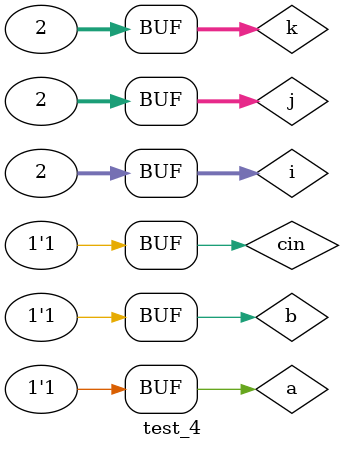
<source format=v>
`timescale 1ns / 1ps


module test_4;

	// Inputs
	reg a;
	reg b;
	reg cin;

	// Outputs
	wire cout;
	wire s;

	// Instantiate the Unit Under Test (UUT)
	lab6_4 uut (
		.a(a), 
		.b(b), 
		.cin(cin), 
		.cout(cout), 
		.s(s)
	);
integer i, j, k;
	initial begin
		for(i=0; i<=1; i=i+1)
		begin
			for(j=0;j<=1;j=j+1)
			begin
				for(k=0;k<=1;k=k+1)
				begin
					cin = i;
					a = j;
					b = k;
					#50;
				end
			end
		end
	end
      
endmodule


</source>
